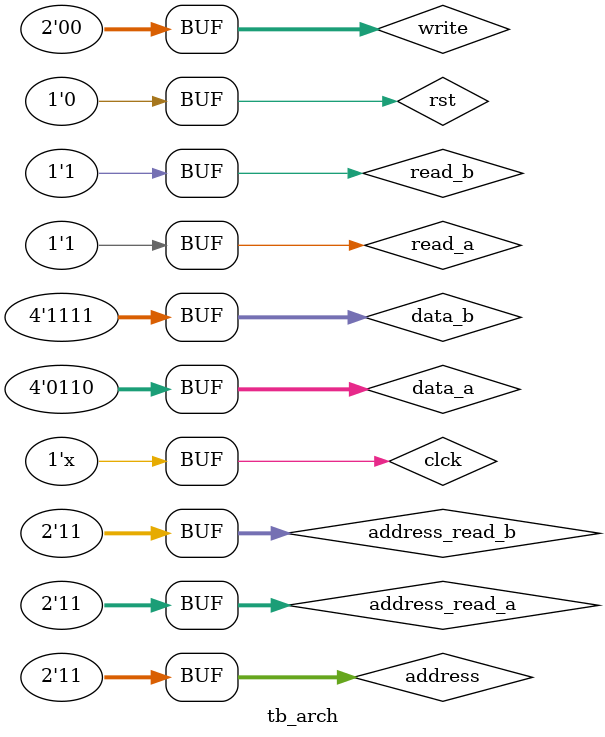
<source format=v>
`timescale 1ns / 1ps




module tb_arch;
    
    // Testbench signals
    reg [3:0] data_a, data_b;
    reg [1:0] address, write;
    reg clck, rst;
    reg read_a, read_b;
    reg [1:0] address_read_a, address_read_b;
    wire [15:0] data_out_a, data_out_b;

    // Instantiate the RAM module
    arch uut (
        .data_a(data_a), 
        .data_b(data_b), 
        .address(address), 
        .write(write), 
        .clck(clck), 
        .rst(rst), 
        .read_a(read_a),
        .read_b(read_b),
        .address_read_a(address_read_a), 
        .address_read_b(address_read_b), 
        .data_out_a(data_out_a), 
        .data_out_b(data_out_b)
    );

    // Generate clock signal (50% duty cycle)
    always #5 clck = ~clck;

    // Test sequence
    initial begin
        // Initialize signals
        clck = 0;
        rst = 1;
        data_a = 4'b0000;
        data_b = 4'b0000;
        address = 2'b00;
        write = 2'b00;
        read_a = 0;
        read_b = 0;
        address_read_a = 2'b00;
        address_read_b = 2'b00;

        // Apply reset
        #10 rst = 0;
        
        // Write operations
        #10 write = 2'b10; address = 2'b00; data_a = 4'b1010; // Write A to Address 00
        #10 write = 2'b01; address = 2'b01; data_b = 4'b1100; // Write B to Address 01
        #10 write = 2'b10; address = 2'b10; data_a = 4'b0110; // Write A to Address 10
        #10 write = 2'b01; address = 2'b11; data_b = 4'b1111; // Write B to Address 11

        // Disable write (Enable Read)
        #10 write = 2'b00;
        
        // Read operations for Port A
        #10 read_a = 1; address_read_a = 2'b00;
        #10 address_read_a = 2'b01;
        #10 address_read_a = 2'b10;
        #10 address_read_a = 2'b11;
        
        // Read operations for Port B
        #10 read_b = 1; address_read_b = 2'b00;
        #10 address_read_b = 2'b01;
        #10 address_read_b = 2'b10;
        #10 address_read_b = 2'b11;

        // End simulation
        #20;
    end

    // Monitor output changes
    initial begin
        $monitor("Time=%0t | Write=%b | Addr=%b | DataA=%b | DataB=%b || Read_A=%b | Addr_A=%b | Out_A=%b || Read_B=%b | Addr_B=%b | Out_B=%b",
                 $time, write, address, data_a, data_b, 
                 read_a, address_read_a, data_out_a, 
                 read_b, address_read_b, data_out_b);
    end

endmodule

</source>
